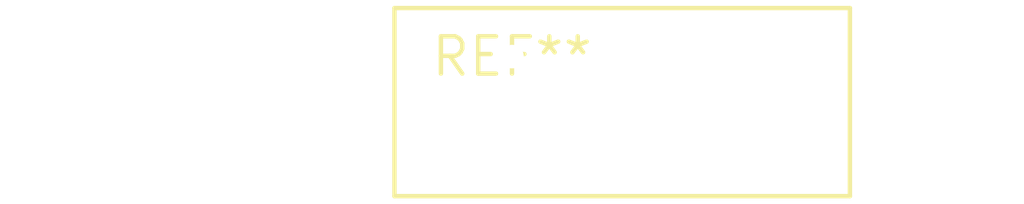
<source format=kicad_pcb>
(kicad_pcb (version 20240108) (generator pcbnew)
  (layers (0 "F.Cu" signal) (31 "B.Cu" signal) (34 "B.Paste" user) (35 "F.Paste" user) (36 "B.SilkS" user "B.Silkscreen") (37 "F.SilkS" user "F.Silkscreen") (38 "B.Mask" user) (39 "F.Mask" user) (44 "Edge.Cuts" user))
  (net 0 "")
  (footprint "RV_Disc_D15.5mm_W6.4mm_P7.5mm" (layer "F.Cu") (at 0 0)
    (property "Reference" "REF**")
    (property "Value" "RV_Disc_D15.5mm_W6.4mm_P7.5mm")
    (fp_line (start -4 -1.65) (end -4 4.75) (layer "F.SilkS") (stroke (width 0.15)))
    (fp_line (start -4 -1.65) (end 11.5 -1.65) (layer "F.SilkS") (stroke (width 0.15)))
    (fp_line (start -4 4.75) (end 11.5 4.75) (layer "F.SilkS") (stroke (width 0.15)))
    (fp_line (start 11.5 -1.65) (end 11.5 4.75) (layer "F.SilkS") (stroke (width 0.15)))
    (pad "1" thru_hole circle (at 0 0) (size 1.8 1.8) (drill 0.8) (layers *.Cu *.Mask) (remove_unused_layers))
    (pad "2" thru_hole circle (at 7.5 3.1) (size 1.8 1.8) (drill 0.8) (layers *.Cu *.Mask) (remove_unused_layers))
  )
)
</source>
